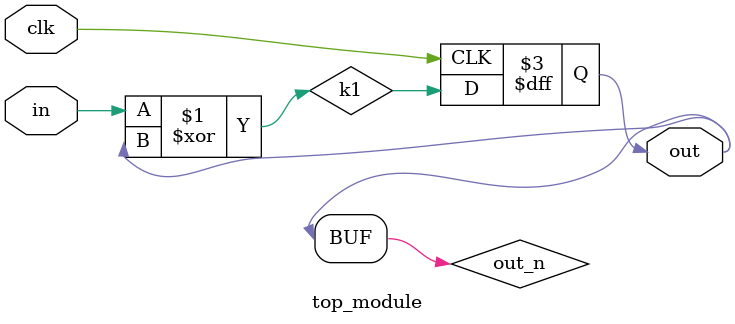
<source format=v>
module top_module (
    input clk,
    input in, 
    output reg  out);
	wire out_n;
    assign out_n =out;
    wire k1;
    assign k1=in^out_n;
    always@(posedge clk)
        begin
           out<=k1; 
        end
endmodule

</source>
